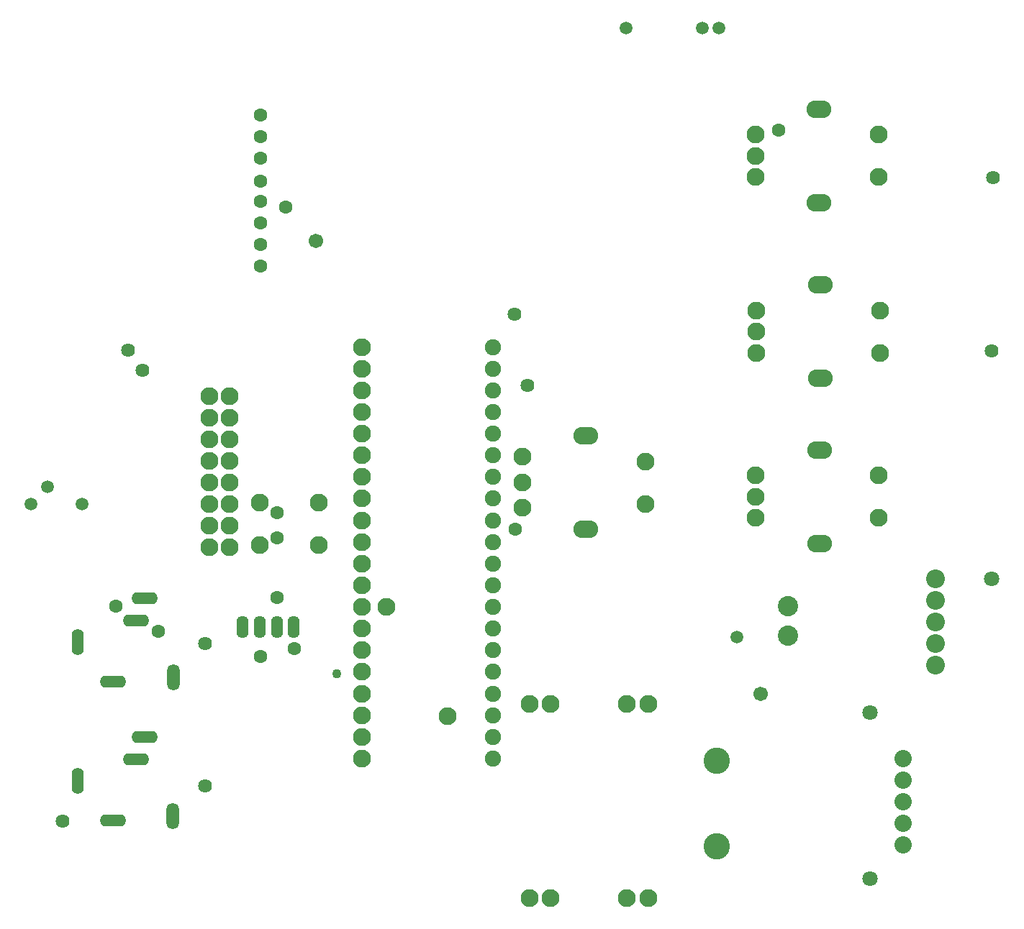
<source format=gts>
G04 Layer: TopSolderMaskLayer*
G04 EasyEDA v6.5.54, 2026-02-11 06:23:56*
G04 3bbecb6fe9b747f29c0abc7b8abece35,92e600de7ff74937a4e092c024f19ce6,10*
G04 Gerber Generator version 0.2*
G04 Scale: 100 percent, Rotated: No, Reflected: No *
G04 Dimensions in millimeters *
G04 leading zeros omitted , absolute positions ,4 integer and 5 decimal *
%FSLAX45Y45*%
%MOMM*%

%ADD10C,2.1016*%
%ADD11O,2.901594X2.101596*%
%ADD12C,2.0320*%
%ADD13C,3.1013*%
%ADD14C,2.2032*%
%ADD15C,2.3876*%
%ADD16O,1.3716X2.6416*%
%ADD17O,0.0147X2.6416*%
%ADD18O,1.39159X2.6416*%
%ADD19C,2.1020*%
%ADD20C,1.9016*%
%ADD21O,3.100019X1.400023*%
%ADD22O,1.500022X3.100019*%
%ADD23O,1.400023X3.100019*%
%ADD24C,1.6256*%
%ADD25C,1.5016*%
%ADD26C,1.8032*%
%ADD27C,1.7016*%
%ADD28C,1.6016*%
%ADD29C,1.1016*%

%LPD*%
D10*
G01*
X-6509463Y3818686D03*
G01*
X-5809515Y3818686D03*
G01*
X-6509463Y3318713D03*
G01*
X-5809515Y3318713D03*
G01*
X-3418867Y4353991D03*
G01*
X-3418867Y4053992D03*
G01*
X-3418867Y3753993D03*
G01*
X-1968883Y3801338D03*
G01*
X-1968883Y4301337D03*
D11*
G01*
X-2668882Y4601337D03*
G01*
X-2668882Y3501339D03*
D12*
G01*
X1066797Y-215900D03*
G01*
X1066797Y38100D03*
G01*
X1066797Y292100D03*
G01*
X1066797Y546100D03*
G01*
X1066797Y800100D03*
D13*
G01*
X-1130302Y-228600D03*
G01*
X-1130302Y774700D03*
D14*
G01*
X1447797Y2921000D03*
D15*
G01*
X-292102Y2595702D03*
G01*
X-292102Y2245690D03*
D14*
G01*
X1447797Y1905000D03*
G01*
X1447797Y2159000D03*
G01*
X1447797Y2413000D03*
G01*
X1447797Y2667000D03*
D10*
G01*
X-3334717Y-838200D03*
G01*
X-1934669Y-838200D03*
G01*
X-3334717Y1442212D03*
G01*
X-1934669Y1442212D03*
G01*
X-3081555Y1442212D03*
G01*
X-2188669Y1442212D03*
G01*
X-2189761Y-839063D03*
G01*
X-3080844Y-838352D03*
D16*
G01*
X-6508193Y2349500D03*
G01*
X-6706491Y2349500D03*
G01*
X-6106492Y2349500D03*
D18*
G01*
X-6306492Y2349500D03*
D10*
G01*
X-7099302Y5067300D03*
G01*
X-7099302Y4813300D03*
G01*
X-7099302Y4559300D03*
G01*
X-7099302Y4305300D03*
G01*
X-7099302Y4051300D03*
D19*
G01*
X-7099302Y3797300D03*
G01*
X-7099302Y3543300D03*
G01*
X-7099302Y3289300D03*
D10*
G01*
X-6858002Y5067300D03*
G01*
X-6858002Y4813300D03*
G01*
X-6858002Y4559300D03*
G01*
X-6858002Y4305300D03*
G01*
X-6858002Y4051300D03*
D19*
G01*
X-6858002Y3797300D03*
G01*
X-6858002Y3543300D03*
G01*
X-6858002Y3289300D03*
D10*
G01*
X-671934Y4136212D03*
G01*
X-671934Y3886225D03*
G01*
X-671934Y3636213D03*
G01*
X778050Y3636213D03*
G01*
X778050Y4136212D03*
D11*
G01*
X78051Y4436211D03*
G01*
X78051Y3336213D03*
D10*
G01*
X-674194Y8149386D03*
G01*
X-674194Y7899400D03*
G01*
X-674194Y7649387D03*
G01*
X775789Y7649387D03*
G01*
X775789Y8149386D03*
D11*
G01*
X75791Y8449386D03*
G01*
X75791Y7349388D03*
D10*
G01*
X-661494Y6079312D03*
G01*
X-661494Y5829325D03*
G01*
X-661494Y5579313D03*
G01*
X788489Y5579313D03*
G01*
X788489Y6079312D03*
D11*
G01*
X88491Y6379311D03*
G01*
X88491Y5279313D03*
D20*
G01*
X-3760904Y802817D03*
G01*
X-3760904Y1057859D03*
G01*
X-3760904Y1312900D03*
G01*
X-3760904Y5138699D03*
G01*
X-3760904Y2588158D03*
G01*
X-3760904Y3608374D03*
G01*
X-3760904Y4118482D03*
G01*
X-3760904Y2333117D03*
G01*
X-3760904Y4373524D03*
G01*
X-3760904Y3863441D03*
G01*
X-3760904Y3353333D03*
G01*
X-3760904Y5393740D03*
G01*
X-3760904Y4883632D03*
G01*
X-3760904Y2843225D03*
G01*
X-3760904Y1823008D03*
G01*
X-3760904Y1567967D03*
G01*
X-3760904Y2078075D03*
G01*
X-3760904Y5648807D03*
G01*
X-3760904Y3098266D03*
G01*
X-3760904Y4628591D03*
D10*
G01*
X-5306900Y4628591D03*
G01*
X-5306900Y3098266D03*
G01*
X-5306900Y5648807D03*
G01*
X-5306900Y2078075D03*
G01*
X-5306900Y1567967D03*
G01*
X-5306900Y1823008D03*
G01*
X-5306900Y2843225D03*
G01*
X-5306900Y4883632D03*
G01*
X-5306900Y5393740D03*
G01*
X-5306900Y3353333D03*
G01*
X-5306900Y3863441D03*
G01*
X-5306900Y4373524D03*
G01*
X-5306900Y2333117D03*
G01*
X-5306900Y4118482D03*
G01*
X-5306900Y3608374D03*
G01*
X-5306900Y2588158D03*
G01*
X-5306900Y5138699D03*
G01*
X-5306900Y1312900D03*
G01*
X-5306900Y1057859D03*
G01*
X-5306900Y802817D03*
D21*
G01*
X-8228713Y1711680D03*
D22*
G01*
X-7518707Y1761693D03*
D21*
G01*
X-7958711Y2431694D03*
G01*
X-7858711Y2691688D03*
D23*
G01*
X-8648702Y2171700D03*
D21*
G01*
X-8229272Y75488D03*
D22*
G01*
X-7530772Y126288D03*
D21*
G01*
X-7959270Y795502D03*
G01*
X-7859270Y1055496D03*
D23*
G01*
X-8649261Y535508D03*
D24*
G01*
X2108197Y5600700D03*
G01*
X2120897Y7645400D03*
G01*
X-3352802Y5194300D03*
G01*
X-8051802Y5613400D03*
G01*
X-3505202Y6032500D03*
G01*
X-7150102Y482600D03*
G01*
X-7886702Y5372100D03*
G01*
X-7150102Y2159000D03*
D25*
G01*
X-8999984Y3999992D03*
G01*
X-9199984Y3799992D03*
G01*
X-889002Y2235200D03*
G01*
X-1299999Y9399981D03*
D24*
G01*
X-8826502Y63500D03*
D26*
G01*
X673097Y1346200D03*
G01*
X673097Y-609600D03*
G01*
X2108197Y2921000D03*
D27*
G01*
X-609602Y1562100D03*
G01*
X-5842002Y6896100D03*
D10*
G01*
X-5016502Y2590800D03*
D25*
G01*
X-1100000Y9399981D03*
G01*
X-2199998Y9399981D03*
D28*
G01*
X-7699987Y2299995D03*
G01*
X-8199884Y2600020D03*
G01*
X-3499995Y3499993D03*
G01*
X-6299989Y3699992D03*
G01*
X-6299989Y3399993D03*
G01*
X-6499989Y1999995D03*
G01*
X-6299989Y2699994D03*
G01*
X-6099990Y2099995D03*
G01*
X-400001Y8199983D03*
G01*
X-6199990Y7299985D03*
G01*
X-6499735Y8377986D03*
G01*
X-6499735Y8123986D03*
G01*
X-6499735Y7869986D03*
G01*
X-6499989Y7599984D03*
G01*
X-6499735Y7361986D03*
G01*
X-6499735Y7108062D03*
G01*
X-6499735Y6853986D03*
G01*
X-6499735Y6600062D03*
D10*
G01*
X-4299993Y1299997D03*
D29*
G01*
X-5599991Y1799996D03*
D25*
G01*
X-8599985Y3799992D03*
M02*

</source>
